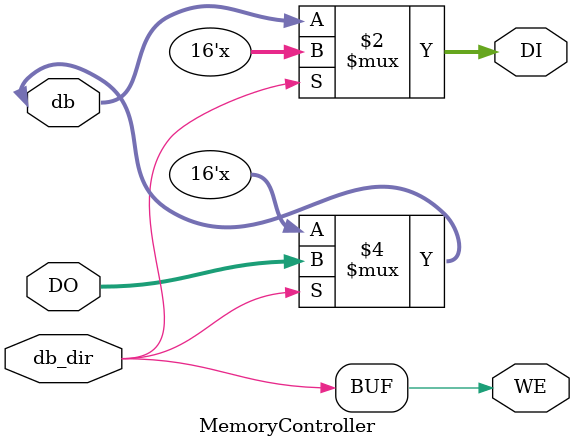
<source format=v>
module MemoryController(
	inout [15:0] db, //databus
	input [15:0] DO,
	output WE,
	output [15:0] DI,
	input db_dir
);

	assign WE = db_dir;
	assign DI = (db_dir == 1'b0) ? db : 16'bZ;
	assign db = (db_dir == 1'b1) ? DO : 16'bZ;
endmodule
</source>
